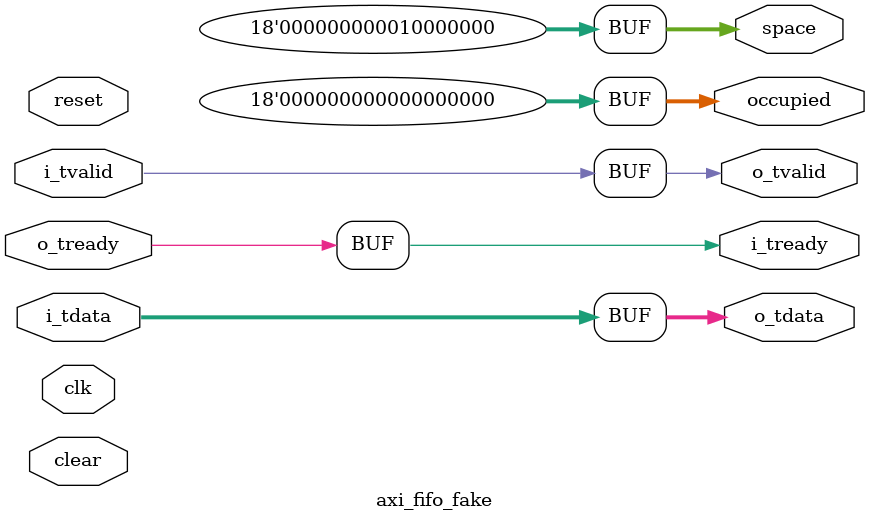
<source format=v>

 


// Special case SIZE <= 5 uses a short fifo

module axi_fifo_fake
  #(parameter WIDTH=32, SIZE=9)
   (input clk, input reset, input clear,
    input [WIDTH-1:0] i_tdata,
    input i_tvalid,
    output i_tready,
    output [WIDTH-1:0] o_tdata,
    output o_tvalid,
    input o_tready,
    
    output  [17:0] space,
    output  [17:0] occupied);

assign o_tdata = i_tdata;
assign o_tvalid = i_tvalid;
assign i_tready = o_tready;

assign space = 128;
assign occupied = 0;

endmodule // fifo_long

</source>
